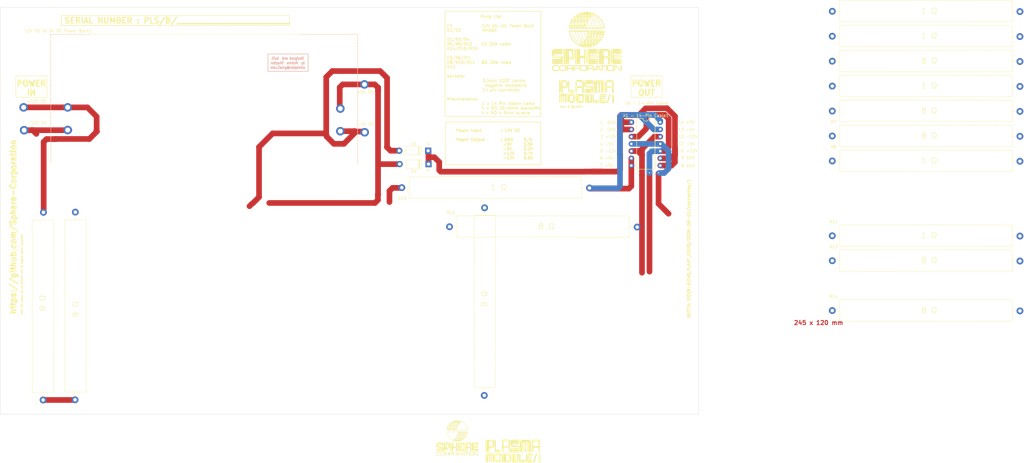
<source format=kicad_pcb>
(kicad_pcb (version 20221018) (generator pcbnew)
  (title_block (title "Project Plasma") (date "2024-03-13") (rev "B") (company "Schematic v0.2"))
  (layers (0 "F.Cu" signal) (31 "B.Cu" signal) (34 "B.Paste" user) (35 "F.Paste" user) (36 "B.SilkS" user "B.Silkscreen") (37 "F.SilkS" user "F.Silkscreen") (38 "B.Mask" user) (39 "F.Mask" user) (44 "Edge.Cuts" user))
  (net 0 "")
  (net 1 "/+12VDC")
  (net 2 "Net-(D1-K)")
  (net 3 "Net-(R12-Pad2)")
  (net 4 "Net-(R14-Pad2)")
  (net 5 "Net-(R15-Pad2)")
  (net 6 "Net-(R16-Pad2)")
  (net 7 "-12V")
  (net 8 "+12V")
  (net 9 "+5V")
  (net 10 "-5V")
  (net 11 "/GND")
  (net 12 "Net-(12V DC to 5V DC Power Buck1-+5VDC)")
  (net 13 "Net-(12V DC to 5V DC Power Buck1--5VDC)")
  (net 14 "Net-(R1-Pad2)")
  (net 15 "Net-(R4-Pad2)")
  (net 16 "Net-(R5-Pad2)")
  (net 17 "Net-(R10-Pad1)")
  (net 18 "Net-(R7-Pad2)")
  (net 19 "Net-(R10-Pad2)")
  (net 20 "/-12VDC")
  (net 21 "Net-(R6-Pad2)")
  (net 22 "Net-(R8-Pad2)")
  (net 23 "Net-(R13-Pad2)")
  (footprint "" (layer "F.Cu") (at 31.207218 133.740967)
    (fp_text reference "" (at 0 0) (layer "F.SilkS") (effects (font (size 1.27 1.27))))
    (fp_text value "" (at 0 0) (layer "F.SilkS") (effects (font (size 1.27 1.27))))
    (pad "" np_thru_hole circle (at 0 0) (size 3.2 3.2) (drill 3.2) (layers "*.Cu" "*.Mask"))
  )
  (footprint "Package_DIP:DIP-14_W10.16mm" (layer "F.Cu") (at 248.324702 61.488787)
    (fp_text reference "X1 - 14-Pin Cable1" (at 5.08 -2.33) (layer "F.SilkS"))
    (fp_text value "14-Pin Cable")
    (pad "1" thru_hole rect (at 0 0) (size 1.6 1.6) (drill 0.8) (layers "*.Cu" "*.Mask") (net 11 "/GND"))
    (pad "2" thru_hole oval (at 0 2.54) (size 1.6 1.6) (drill 0.8) (layers "*.Cu" "*.Mask") (net 11 "/GND"))
    (pad "3" thru_hole oval (at 0 5.08) (size 1.6 1.6) (drill 0.8) (layers "*.Cu" "*.Mask") (net 1 "/+12VDC"))
    (pad "4" thru_hole oval (at 0 7.62) (size 1.6 1.6) (drill 0.8) (layers "*.Cu" "*.Mask") (net 22 "Net-(R8-Pad2)"))
    (pad "5" thru_hole oval (at 0 10.16) (size 1.6 1.6) (drill 0.8) (layers "*.Cu" "*.Mask") (net 20 "/-12VDC"))
    (pad "6" thru_hole oval (at 0 12.7) (size 1.6 1.6) (drill 0.8) (layers "*.Cu" "*.Mask") (net 15 "Net-(R4-Pad2)"))
    (pad "7" thru_hole oval (at 0 15.24) (size 1.6 1.6) (drill 0.8) (layers "*.Cu" "*.Mask") (net 15 "Net-(R4-Pad2)"))
    (pad "8" thru_hole oval (at 10.16 15.24) (size 1.6 1.6) (drill 0.8) (layers "*.Cu" "*.Mask") (net 11 "/GND"))
    (pad "9" thru_hole oval (at 10.16 12.7) (size 1.6 1.6) (drill 0.8) (layers "*.Cu" "*.Mask") (net 11 "/GND"))
    (pad "10" thru_hole oval (at 10.16 10.16) (size 1.6 1.6) (drill 0.8) (layers "*.Cu" "*.Mask") (net 1 "/+12VDC"))
    (pad "11" thru_hole oval (at 10.16 7.62) (size 1.6 1.6) (drill 0.8) (layers "*.Cu" "*.Mask") (net 22 "Net-(R8-Pad2)"))
    (pad "12" thru_hole oval (at 10.16 5.08) (size 1.6 1.6) (drill 0.8) (layers "*.Cu" "*.Mask") (net 20 "/-12VDC"))
    (pad "13" thru_hole oval (at 10.16 2.54) (size 1.6 1.6) (drill 0.8) (layers "*.Cu" "*.Mask") (net 15 "Net-(R4-Pad2)"))
    (pad "14" thru_hole oval (at 10.16 0) (size 1.6 1.6) (drill 0.8) (layers "*.Cu" "*.Mask") (net 15 "Net-(R4-Pad2)"))
  )
  (footprint "MountingHole:MountingHole_3.2mm_M3" (layer "F.Cu") (at 49.577127 37.809897)
    (fp_text reference "REF**" hide)
    (fp_text value "MountingHole_3.2mm_M3" hide)
    (pad "" np_thru_hole circle (at 0 0) (size 3.2 3.2) (drill 3.2) (layers "*.Cu" "*.Mask"))
  )
  (footprint "PLASMA_PARTS:R_Axial_DIN0411_L60.0mm_D10mm_P15.24mm_Horizontal 20Watt 8Ohm" (layer "F.Cu") (at 184.427173 96.368571)
    (fp_text reference "R13" (at 0.364343 -3.00583) (layer "F.SilkS"))
    (fp_text value "8 Ω" (at 34.0375 1.7875) (layer "F.SilkS") (effects (font (size 2 2))))
    (pad "1" thru_hole circle (at -0.085 1.9) (size 2.4 2.4) (drill 1.2) (layers "*.Cu" "*.Mask") (net 3 "Net-(R12-Pad2)"))
    (pad "2" thru_hole oval (at 65.9325 2.0125) (size 2.4 2.4) (drill 1.2) (layers "*.Cu" "*.Mask") (net 23 "Net-(R13-Pad2)"))
  )
  (footprint "PLASMA_PARTS:R_Axial_DIN0411_L60.0mm_D10mm_P15.24mm_Horizontal 20Watt 8Ohm" (layer "F.Cu") (at 319.094495 125.861869)
    (fp_text reference "R14" (at 0.364343 -3.00583) (layer "F.SilkS"))
    (fp_text value "8 Ω" (at 34.0375 1.7875) (layer "F.SilkS") (effects (font (size 2 2))))
    (pad "1" thru_hole circle (at -0.085 1.9) (size 2.4 2.4) (drill 1.2) (layers "*.Cu" "*.Mask") (net 23 "Net-(R13-Pad2)"))
    (pad "2" thru_hole oval (at 65.9325 2.0125) (size 2.4 2.4) (drill 1.2) (layers "*.Cu" "*.Mask") (net 20 "/-12VDC"))
  )
  (footprint "" (layer "F.Cu") (at 154.41749 48.185583)
    (fp_text reference "" (at 0.239778 -17.538939) (layer "F.SilkS") (effects (font (size 1.27 1.27))))
    (fp_text value "" (at 0.239778 -17.538939) (layer "F.SilkS") (effects (font (size 1.27 1.27))))
    (pad "1" thru_hole circle (at 0 0) (size 3 3) (drill 1.7) (layers "*.Cu" "*.Mask") (net 9 "+5V"))
  )
  (footprint "LOGO" (layer "F.Cu") (at 232.39477 50.776209)
    (fp_text reference "G***" hide)
    (fp_text value "LOGO" hide)
  )
  (footprint "PLASMA_PARTS:R_Axial_DIN0411_L60.0mm_D10mm_P15.24mm_Horizontal 20Watt 8Ohm" (layer "F.Cu") (at 198.5804 91.675138 -90)
    (fp_text reference "R6" hide)
    (fp_text value "8 Ω" (at 31.919184 1.972911 90) (layer "F.SilkS") (effects (font (size 2 2))))
    (pad "1" thru_hole circle (at -0.085 1.9 270) (size 2.4 2.4) (drill 1.2) (layers "*.Cu" "*.Mask") (net 16 "Net-(R5-Pad2)"))
    (pad "2" thru_hole oval (at 65.9325 2.0125 270) (size 2.4 2.4) (drill 1.2) (layers "*.Cu" "*.Mask") (net 21 "Net-(R6-Pad2)"))
  )
  (footprint "PLASMA_PARTS:R_Axial_DIN0411_L60.0mm_D10mm_P15.24mm_Horizontal 20Watt 8Ohm" (layer "F.Cu") (at 54.597343 93.209154 -90)
    (fp_text reference "R10" hide)
    (fp_text value "8 Ω" (at 34.0375 1.7875 90) (layer "F.SilkS") (effects (font (size 2 2))))
    (pad "1" thru_hole circle (at -0.085 1.9 270) (size 2.4 2.4) (drill 1.2) (layers "*.Cu" "*.Mask") (net 17 "Net-(R10-Pad1)"))
    (pad "2" thru_hole oval (at 65.9325 2.0125 270) (size 2.4 2.4) (drill 1.2) (layers "*.Cu" "*.Mask") (net 8 "+12V"))
  )
  (footprint "PLASMA_PARTS:R_Axial_DIN0411_L60.0mm_D10mm_P15.24mm_Horizontal 20Watt 8Ohm" (layer "F.Cu") (at 319.094495 20.561869)
    (fp_text reference "R1" hide)
    (fp_text value "1 Ω" (at 34.0375 1.7875) (layer "F.SilkS") (effects (font (size 2 2))))
    (pad "1" thru_hole circle (at -0.085 1.9) (size 2.4 2.4) (drill 1.2) (layers "*.Cu" "*.Mask") (net 12 "Net-(12V DC to 5V DC Power Buck1-+5VDC)"))
    (pad "2" thru_hole oval (at 65.9325 2.0125) (size 2.4 2.4) (drill 1.2) (layers "*.Cu" "*.Mask") (net 14 "Net-(R1-Pad2)"))
  )
  (footprint "PLASMA_PARTS:R_Axial_DIN0411_L60.0mm_D10mm_P15.24mm_Horizontal 20Watt 8Ohm" (layer "F.Cu") (at 319.094495 108.311869)
    (fp_text reference "R12" (at 0.364343 -3.00583) (layer "F.SilkS"))
    (fp_text value "8 Ω" (at 34.0375 1.7875) (layer "F.SilkS") (effects (font (size 2 2))))
    (pad "1" thru_hole circle (at -0.085 1.9) (size 2.4 2.4) (drill 1.2) (layers "*.Cu" "*.Mask") (net 7 "-12V"))
    (pad "2" thru_hole oval (at 65.9325 2.0125) (size 2.4 2.4) (drill 1.2) (layers "*.Cu" "*.Mask") (net 3 "Net-(R12-Pad2)"))
  )
  (footprint "PLASMA_PARTS:R_Axial_DIN0411_L60.0mm_D10mm_P15.24mm_Horizontal 20Watt 8Ohm" (layer "F.Cu") (at 39.454899 159.125819 90)
    (fp_text reference "R9" hide)
    (fp_text value "8 Ω" (at 34.0375 1.7875 90) (layer "F.SilkS") (effects (font (size 2 2))))
    (pad "1" thru_hole circle (at -0.085 1.9 90) (size 2.4 2.4) (drill 1.2) (layers "*.Cu" "*.Mask") (net 8 "+12V"))
    (pad "2" thru_hole oval (at 65.9325 2.0125 90) (size 2.4 2.4) (drill 1.2) (layers "*.Cu" "*.Mask") (net 8 "+12V"))
  )
  (footprint "LOGO" (layer "F.Cu") (at 232.672146 33.024114)
    (fp_text reference "G***" hide)
    (fp_text value "LOGO" hide)
  )
  (footprint "PLASMA_PARTS:R_Axial_DIN0411_L60.0mm_D10mm_P15.24mm_Horizontal 20Watt 8Ohm" (layer "F.Cu") (at 167.649625 82.609834)
    (fp_text reference "R15" (at 0.018464 5.746991) (layer "F.SilkS"))
    (fp_text value "1 Ω" (at 34.0375 1.7875) (layer "F.SilkS") (effects (font (size 2 2))))
    (pad "1" thru_hole circle (at -0.085 1.9) (size 2.4 2.4) (drill 1.2) (layers "*.Cu" "*.Mask") (net 4 "Net-(R14-Pad2)"))
    (pad "2" thru_hole oval (at 65.9325 2.0125) (size 2.4 2.4) (drill 1.2) (layers "*.Cu" "*.Mask") (net 5 "Net-(R15-Pad2)"))
  )
  (footprint "" (layer "F.Cu") (at 34.670787 64.29331)
    (fp_text reference "" (at 0 0) (layer "F.SilkS") (effects (font (size 1.27 1.27))))
    (fp_text value "" (at 0 0) (layer "F.SilkS") (effects (font (size 1.27 1.27))))
    (pad "1" thru_hole circle (at 0 0) (size 3 3) (drill 1.7) (layers "*.Cu" "*.Mask") (net 7 "-12V"))
  )
  (footprint "" (layer "F.Cu") (at 154.490367 65.028408)
    (fp_text reference "" (at 0.239778 -17.538939) (layer "F.SilkS") (effects (font (size 1.27 1.27))))
    (fp_text value "" (at 0.239778 -17.538939) (layer "F.SilkS") (effects (font (size 1.27 1.27))))
    (pad "1" thru_hole circle (at 0 0) (size 3 3) (drill 1.7) (layers "*.Cu" "*.Mask") (net 10 "-5V"))
  )
  (footprint "" (layer "F.Cu") (at 49.157127 86.829897)
    (fp_text reference "" (at 0 0) (layer "F.SilkS") (effects (font (size 1.27 1.27))))
    (fp_text value "" (at 0 0) (layer "F.SilkS") (effects (font (size 1.27 1.27))))
    (pad "" np_thru_hole circle (at 0 0) (size 3.2 3.2) (drill 3.2) (layers "*.Cu" "*.Mask"))
  )
  (footprint "PLASMA_PARTS:R_Axial_DIN0411_L60.0mm_D10mm_P15.24mm_Horizontal 20Watt 8Ohm" (layer "F.Cu") (at 319.094495 73.211869)
    (fp_text reference "R8" (at 0.364343 -3.00583) (layer "F.SilkS"))
    (fp_text value "1 Ω" (at 34.0375 1.7875) (layer "F.SilkS") (effects (font (size 2 2))))
    (pad "1" thru_hole circle (at -0.085 1.9) (size 2.4 2.4) (drill 1.2) (layers "*.Cu" "*.Mask") (net 18 "Net-(R7-Pad2)"))
    (pad "2" thru_hole oval (at 65.9325 2.0125) (size 2.4 2.4) (drill 1.2) (layers "*.Cu" "*.Mask") (net 22 "Net-(R8-Pad2)"))
  )
  (footprint "Diode_THT:D_DO-41_SOD81_P10.16mm_Horizontal" (layer "F.Cu") (at 176.94663 76.215767 180)
    (fp_text reference "D2" (at 5.08 -2.47) (layer "F.SilkS"))
    (fp_text value "1N4001")
    (fp_text user "K" (at 0 -2.1) (layer "F.SilkS"))
    (pad "1" thru_hole rect (at 0 0 180) (size 2.2 2.2) (drill 1.1) (layers "*.Cu" "*.Mask") (net 11 "/GND"))
    (pad "2" thru_hole oval (at 10.16 0 180) (size 2.2 2.2) (drill 1.1) (layers "*.Cu" "*.Mask") (net 13 "Net-(12V DC to 5V DC Power Buck1--5VDC)"))
  )
  (footprint "PLASMA_PARTS:R_Axial_DIN0411_L60.0mm_D10mm_P15.24mm_Horizontal 20Watt 8Ohm" (layer "F.Cu") (at 319.094495 55.661869)
    (fp_text reference "R5" hide)
    (fp_text value "8 Ω" (at 34.0375 1.7875) (layer "F.SilkS") (effects (font (size 2 2))))
    (pad "1" thru_hole circle (at -0.085 1.9) (size 2.4 2.4) (drill 1.2) (layers "*.Cu" "*.Mask") (net 13 "Net-(12V DC to 5V DC Power Buck1--5VDC)"))
    (pad "2" thru_hole oval (at 65.9325 2.0125) (size 2.4 2.4) (drill 1.2) (layers "*.Cu" "*.Mask") (net 16 "Net-(R5-Pad2)"))
  )
  (footprint "LOGO" (layer "F.Cu") (at 206.530828 177.272882)
    (fp_text reference "G***" hide)
    (fp_text value "LOGO" hide)
  )
  (footprint "PLASMA_PARTS:R_Axial_DIN0411_L60.0mm_D10mm_P15.24mm_Horizontal 20Watt 8Ohm" (layer "F.Cu") (at 319.094495 38.111869)
    (fp_text reference "R3" hide)
    (fp_text value "8 Ω" (at 34.0375 1.7875) (layer "F.SilkS") (effects (font (size 2 2))))
    (pad "1" thru_hole circle (at -0.085 1.9) (size 2.4 2.4) (drill 1.2) (layers "*.Cu" "*.Mask") (net 12 "Net-(12V DC to 5V DC Power Buck1-+5VDC)"))
    (pad "2" thru_hole oval (at 65.9325 2.0125) (size 2.4 2.4) (drill 1.2) (layers "*.Cu" "*.Mask") (net 14 "Net-(R1-Pad2)"))
  )
  (footprint "" (layer "F.Cu") (at 268.086466 25.162365)
    (fp_text reference "" (at 0 0) (layer "F.SilkS") (effects (font (size 1.27 1.27))))
    (fp_text value "" (at 0 0) (layer "F.SilkS") (effects (font (size 1.27 1.27))))
    (pad "" np_thru_hole circle (at 0 0) (size 3.2 3.2) (drill 3.2) (layers "*.Cu" "*.Mask"))
  )
  (footprint "Diode_THT:D_DO-41_SOD81_P10.16mm_Horizontal" (layer "F.Cu") (at 176.819031 71.51412 180)
    (fp_text reference "D1" (at 4.97 2.35) (layer "F.SilkS"))
    (fp_text value "1N4001" hide)
    (fp_text user "K" (at -0.02 2.37) (layer "F.SilkS"))
    (pad "1" thru_hole rect (at 0 0 180) (size 2.2 2.2) (drill 1.1) (layers "*.Cu" "*.Mask") (net 11 "/GND"))
    (pad "2" thru_hole oval (at 10.16 0 180) (size 2.2 2.2) (drill 1.1) (layers "*.Cu" "*.Mask") (net 12 "Net-(12V DC to 5V DC Power Buck1-+5VDC)"))
  )
  (footprint "" (layer "F.Cu") (at 146.497127 38.369897)
    (fp_text reference "" (at 0 0) (layer "F.SilkS") (effects (font (size 1.27 1.27))))
    (fp_text value "" (at 0 0) (layer "F.SilkS") (effects (font (size 1.27 1.27))))
    (pad "" np_thru_hole circle (at 0 0) (size 3.2 3.2) (drill 3.2) (layers "*.Cu" "*.Mask"))
  )
  (footprint "" (layer "F.Cu") (at 146.777127 86.969897)
    (fp_text reference "" (at 0 0) (layer "F.SilkS") (effects (font (size 1.27 1.27))))
    (fp_text value "" (at 0 0) (layer "F.SilkS") (effects (font (size 1.27 1.27))))
    (pad "" np_thru_hole circle (at 0 0) (size 3.2 3.2) (drill 3.2) (layers "*.Cu" "*.Mask"))
  )
  (footprint "PLASMA_PARTS:R_Axial_DIN0411_L60.0mm_D10mm_P15.24mm_Horizontal 20Watt 8Ohm" (layer "F.Cu") (at 319.094495 64.436869)
    (fp_text reference "R7" (at 0.364343 -3.00583) (layer "F.SilkS"))
    (fp_text value "8 Ω" (at 34.0375 1.7875) (layer "F.SilkS") (effects (font (size 2 2))))
    (pad "1" thru_hole circle (at -0.085 1.9) (size 2.4 2.4) (drill 1.2) (layers "*.Cu" "*.Mask") (net 21 "Net-(R6-Pad2)"))
    (pad "2" thru_hole oval (at 65.9325 2.0125) (size 2.4 2.4) (drill 1.2) (layers "*.Cu" "*.Mask") (net 18 "Net-(R7-Pad2)"))
  )
  (footprint "PLASMA_PARTS:R_Axial_DIN0411_L60.0mm_D10mm_P15.24mm_Horizontal 20Watt 8Ohm" (layer "F.Cu") (at 319.094495 99.536869)
    (fp_text reference "R11" (at 0.364343 -3.00583) (layer "F.SilkS"))
    (fp_text value "1 Ω" (at 34.0375 1.7875) (layer "F.SilkS") (effects (font (size 2 2))))
    (pad "1" thru_hole circle (at -0.085 1.9) (size 2.4 2.4) (drill 1.2) (layers "*.Cu" "*.Mask") (net 19 "Net-(R10-Pad2)"))
    (pad "2" thru_hole oval (at 65.9325 2.0125) (size 2.4 2.4) (drill 1.2) (layers "*.Cu" "*.Mask") (net 1 "/+12VDC"))
  )
  (footprint "" (layer "F.Cu") (at 34.490787 56.26331)
    (fp_text reference "" (at 0 0) (layer "F.SilkS") (effects (font (size 1.27 1.27))))
    (fp_text value "" (at 0 0) (layer "F.SilkS") (effects (font (size 1.27 1.27))))
    (pad "1" thru_hole circle (at 0 0) (size 3 3) (drill 1.7) (layers "*.Cu" "*.Mask") (net 8 "+12V"))
  )
  (footprint "LOGO" (layer "F.Cu") (at 187.09 172.57)
    (fp_text reference "G***" hide)
    (fp_text value "LOGO" hide)
  )
  (footprint "PLASMA_PARTS:R_Axial_DIN0411_L60.0mm_D10mm_P15.24mm_Horizontal 20Watt 8Ohm" (layer "F.Cu") (at 319.094495 46.886869)
    (fp_text reference "R4" hide)
    (fp_text value "1 Ω" (at 34.0375 1.7875) (layer "F.SilkS") (effects (font (size 2 2))))
    (pad "1" thru_hole circle (at -0.085 1.9) (size 2.4 2.4) (drill 1.2) (layers "*.Cu" "*.Mask") (net 14 "Net-(R1-Pad2)"))
    (pad "2" thru_hole oval (at 65.9325 2.0125) (size 2.4 2.4) (drill 1.2) (layers "*.Cu" "*.Mask") (net 15 "Net-(R4-Pad2)"))
  )
  (footprint "Package_DIP:DIP-14_W10.16mm" (layer "F.Cu") (at 248.324702 61.488787)
    (fp_text reference "X6 - 14-Pin Cable" (at 5.342208 -6.716359) (layer "F.SilkS"))
    (fp_text value "14-Pin Cable" hide)
    (pad "1" thru_hole rect (at 0 0) (size 1.6 1.6) (drill 0.8) (layers "*.Cu" "*.Mask") (net 2 "Net-(D1-K)"))
    (pad "2" thru_hole oval (at 0 2.54) (size 1.6 1.6) (drill 0.8) (layers "*.Cu" "*.Mask") (net 2 "Net-(D1-K)"))
    (pad "3" thru_hole oval (at 0 5.08) (size 1.6 1.6) (drill 0.8) (layers "*.Cu" "*.Mask") (net 1 "/+12VDC"))
    (pad "4" thru_hole oval (at 0 7.62) (size 1.6 1.6) (drill 0.8) (layers "*.Cu" "*.Mask") (net 6 "Net-(R16-Pad2)"))
    (pad "5" thru_hole oval (at 0 10.16) (size 1.6 1.6) (drill 0.8) (layers "*.Cu" "*.Mask") (net 3 "Net-(R12-Pad2)"))
    (pad "6" thru_hole oval (at 0 12.7) (size 1.6 1.6) (drill 0.8) (layers "*.Cu" "*.Mask") (net 5 "Net-(R15-Pad2)"))
    (pad "7" thru_hole oval (at 0 15.24) (size 1.6 1.6) (drill 0.8) (layers "*.Cu" "*.Mask") (net 5 "Net-(R15-Pad2)"))
    (pad "8" thru_hole oval (at 10.16 15.24) (size 1.6 1.6) (drill 0.8) (layers "*.Cu" "*.Mask") (net 2 "Net-(D1-K)"))
    (pad "9" thru_hole oval (at 10.16 12.7) (size 1.6 1.6) (drill 0.8) (layers "*.Cu" "*.Mask") (net 2 "Net-(D1-K)"))
    (pad "10" thru_hole oval (at 10.16 10.16) (size 1.6 1.6) (drill 0.8) (layers "*.Cu" "*.Mask") (net 1 "/+12VDC"))
    (pad "11" thru_hole oval (at 10.16 7.62) (size 1.6 1.6) (drill 0.8) (layers "*.Cu" "*.Mask") (net 6 "Net-(R16-Pad2)"))
    (pad "12" thru_hole oval (at 10.16 5.08) (size 1.6 1.6) (drill 0.8) (layers "*.Cu" "*.Mask") (net 3 "Net-(R12-Pad2)"))
    (pad "13" thru_hole oval (at 10.16 2.54) (size 1.6 1.6) (drill 0.8) (layers "*.Cu" "*.Mask") (net 5 "Net-(R15-Pad2)"))
    (pad "14" thru_hole oval (at 10.16 0) (size 1.6 1.6) (drill 0.8) (layers "*.Cu" "*.Mask") (net 5 "Net-(R15-Pad2)"))
  )
  (footprint "PLASMA_PARTS:R_Axial_DIN0411_L60.0mm_D10mm_P15.24mm_Horizontal 20Watt 8Ohm" (layer "F.Cu") (at 319.094495 29.336869)
    (fp_text reference "R2" hide)
    (fp_text value "1 Ω" (at 34.0375 1.7875) (layer "F.SilkS") (effects (font (size 2 2))))
    (pad "1" thru_hole circle (at -0.085 1.9) (size 2.4 2.4) (drill 1.2) (layers "*.Cu" "*.Mask") (net 12 "Net-(12V DC to 5V DC Power Buck1-+5VDC)"))
    (pad "2" thru_hole oval (at 65.9325 2.0125) (size 2.4 2.4) (drill 1.2) (layers "*.Cu" "*.Mask") (net 14 "Net-(R1-Pad2)"))
  )
  (footprint "Transistor_Power_Module:Weewooday Adjustable LM2596S DC-DC Buck Converter" (layer "F.Cu") (at 44.053542 30.247664)
    (fp_text reference "12V DC to 5V DC Power Buck1" (at 2.645 -0.9125) (layer "F.SilkS"))
    (fp_text value "~")
    (pad "8" thru_hole circle (at 5.95 26.025) (size 3 3) (drill 1.7) (layers "*.Cu" "*.Mask"))
    (pad "8" thru_hole circle (at 101.875 26.4375) (size 3 3) (drill 1.7) (layers "*.Cu" "*.Mask"))
    (pad "9" thru_hole circle (at 5.95 33.9875) (size 3 3) (drill 1.7) (layers "*.Cu" "*.Mask"))
    (pad "9" thru_hole circle (at 101.875 34.4) (size 3 3) (drill 1.7) (layers "*.Cu" "*.Mask"))
  )
  (footprint "" (layer "F.Cu") (at 268.611718 133.539389)
    (fp_text reference "" (at 0 0) (layer "F.SilkS") (effects (font (size 1.27 1.27))))
    (fp_text value "" (at 0 0) (layer "F.SilkS") (effects (font (size 1.27 1.27))))
    (pad "" np_thru_hole circle (at 0 0) (size 3.2 3.2) (drill 3.2) (layers "*.Cu" "*.Mask"))
  )
  (footprint "" (layer "F.Cu") (at 32.791355 24.733515)
    (fp_text reference "" (at 0 0) (layer "F.SilkS") (effects (font (size 1.27 1.27))))
    (fp_text value "" (at 0 0) (layer "F.SilkS") (effects (font (size 1.27 1.27))))
    (pad "" np_thru_hole circle (at 0 0) (size 3.2 3.2) (drill 3.2) (layers "*.Cu" "*.Mask"))
  )
  (gr_rect (start 120.472127 37.478647) (end 134.592127 43.598647) (stroke (width 0.2)) (fill none) (layer "B.SilkS"))
  (gr_rect (start 182.949681 61.455204) (end 216.445621 76.456175) (stroke (width 0.2)) (fill none) (layer "F.SilkS"))
  (gr_rect (start 47.740522 23.979214) (end 128.030522 27.399214) (stroke (width 0.2)) (fill none) (layer "F.SilkS"))
  (gr_rect (start 182.768309 22.48118) (end 216.441591 59.474455) (stroke (width 0.2)) (fill none) (layer "F.SilkS"))
  (gr_rect (start 26.235754 21.044588) (end 271.9648 164.182829) (stroke (width 0.1)) (fill none) (layer "Edge.Cuts"))
  (gr_text "245 x 120 mm\n" (at 305.374631 132.912832) (layer "F.Cu") (effects (font (size 1.5 1.5) (thickness 0.3) bold) (justify left bottom)))
  (gr_text "Designed and  built\nby  Andrew  Shapton\nalshapton@gmail.com" (at 127.397127 42.788647) (layer "B.SilkS") (effects (font (size 1 0.75) (thickness 0.1875) bold) (justify bottom mirror)))
  (gr_text " 5 -12V" (at 239.786707 71.667806) (layer "F.SilkS") (effects (font (size 1 1))))
  (gr_text "Power Input		: 12V DC \n\nPower Output	: GND	N/A\n				 +5V	3.5A\n				 -5V	0.2A\n				 +12V	0.7A\n				 -12V	0.5A" (at 186.488962 74.630586) (layer "F.SilkS") (effects (font (size 1 1) (thickness 0.25) bold) (justify left bottom)))
  (gr_text "11 -5V" (at 267.841938 69.070776) (layer "F.SilkS") (effects (font (size 1 1))))
  (gr_text " 2  GND" (at 239.706235 64.059607) (layer "F.SilkS") (effects (font (size 1 1))))
  (gr_text "BATCH: OID(B-${FAB_PLANT_USER}/${CURRENT_DATE}/WayWayWay/)" (at 269.119117 130.413617 90) (layer "F.SilkS") (effects (font (size 1 1) (thickness 0.25) bold) (justify left bottom)))
  (gr_text "-5V DC" (at 151.89412 62.760219) (layer "F.SilkS") (effects (font (size 1 1)) (justify left bottom)))
  (gr_text "-12V DC" (at 35.780787 62.27331) (layer "F.SilkS") (effects (font (size 1 1)) (justify left bottom)))
  (gr_text "Note: This product has no affiliation with the original Sphere Corporation" (at 34.290383 129.167955 90) (layer "F.SilkS") (effects (font (size 0.75 0.5) (thickness 0.125) bold) (justify left bottom)))
  (gr_text " 3 +12V" (at 239.852547 66.510325) (layer "F.SilkS") (effects (font (size 1 1))))
  (gr_text " 7 +5V" (at 239.238039 76.642397) (layer "F.SilkS") (effects (font (size 1 1))))
  (gr_text " 8 GND" (at 267.929926 76.823302) (layer "F.SilkS") (effects (font (size 1 1))))
  (gr_text "10 +12V" (at 268.317451 71.59465) (layer "F.SilkS") (effects (font (size 1 1))))
  (gr_text " 4 -5V" (at 239.347772 69.143932) (layer "F.SilkS") (effects (font (size 1 1))))
  (gr_text "+5V DC" (at 151.720094 51.405055) (layer "F.SilkS") (effects (font (size 1 1)) (justify left bottom)))
  (gr_text " 1  GND" (at 239.779391 61.608889) (layer "F.SilkS") (effects (font (size 1 1))))
  (gr_text "Rev B ©2024" (at 223.189014 56.520601) (layer "F.SilkS") (effects (font (size 0.75 0.75)) (justify left bottom)))
  (gr_text " 9 GND" (at 267.895018 73.995777) (layer "F.SilkS") (effects (font (size 1 1))))
  (gr_text "			Parts List\n\nP1		      12V DC-DC Power Buck\nD1/D2	      IN4001\n\nR1/R2/R4\nR5/R9/R13    1Ω 20W rated\nR14/R15/R16  \n\nR3/R6/R7\nR8/R10/R11   8Ω 20W rated\nR12		     \n\nSockets:	\n	    	 3.5mm 12DC centre \n			  negative receptacle\n	    	 14 pin connector\n\nMiscellaneous:\n		      1 x 14 Pin ribbon cable\n                4 x M3 20+6mm standoffs\n                4 x M3 x 6mm screws\n\n" (at 183.314065 60.339726) (layer "F.SilkS") (effects (font (size 1 1) (thickness 0.2) bold) (justify left bottom)))
  (gr_text "https://github.com/Sphere-Corporation" (at 31.98544 129.307964 90) (layer "F.SilkS") (effects (font (size 2 2) (thickness 0.5) bold) (justify left bottom)))
  (gr_text "12 -12V" (at 268.280873 66.546903) (layer "F.SilkS") (effects (font (size 1 1))))
  (gr_text "13 +5V" (at 267.768783 64.132763) (layer "F.SilkS") (effects (font (size 1 1))))
  (gr_text "+12V DC" (at 35.640787 54.58331) (layer "F.SilkS") (effects (font (size 1 1)) (justify left bottom)))
  (gr_text "SERIAL NUMBER : PLS/B/__________________________" (at 48.660522 26.869214) (layer "F.SilkS") (effects (font (size 2 2) (thickness 0.4) bold) (justify left bottom)))
  (gr_text " 6 +5V" (at 239.274616 74.118523) (layer "F.SilkS") (effects (font (size 1 1))))
  (gr_text "14 +5V" (at 267.732205 61.426) (layer "F.SilkS") (effects (font (size 1 1))))
  (gr_text_box "POWER IN" (start 31.760787 45.19331) (end 42.710787 52.73331) (layer "F.SilkS") (effects (font (size 2 2) (thickness 0.5) bold) (justify top)) (stroke (width 0.15)))
  (gr_text_box "POWER OUT" (start 248.175685 45.181658) (end 259.125685 52.721658) (layer "F.SilkS") (effects (font (size 2 2) (thickness 0.5) bold) (justify top)) (stroke (width 0.15)))
  (segment (start 254.696946 114.052581) (end 254.696946 79.280615) (width 2) (layer "F.Cu") (net 1))
  (segment (start 248.324702 66.568787) (end 250.745972 66.568787) (width 2) (layer "F.Cu") (net 1))
  (segment (start 261.444702 60.280169) (end 261.433313 60.280169) (width 2) (layer "F.Cu") (net 1))
  (segment (start 254.180212 58.888041) (end 253.595284 59.472969) (width 2) (layer "F.Cu") (net 1))
  (segment (start 250.745972 66.568787) (end 253.454702 63.860057) (width 2) (layer "F.Cu") (net 1))
  (segment (start 253.595284 63.462175) (end 253.501696 63.555763) (width 2) (layer "F.Cu") (net 1))
  (segment (start 253.595284 59.472969) (end 253.595284 63.462175) (width 2) (layer "F.Cu") (net 1))
  (segment (start 261.444702 70.218787) (end 260.014702 71.648787) (width 2) (layer "F.Cu") (net 1))
  (segment (start 254.696946 79.280615) (end 254.70662 79.270941) (width 2) (layer "F.Cu") (net 1))
  (segment (start 260.014702 71.648787) (end 258.484702 71.648787) (width 2) (layer "F.Cu") (net 1))
  (segment (start 260.041185 58.888041) (end 254.180212 58.888041) (width 2) (layer "F.Cu") (net 1))
  (segment (start 261.444702 60.280169) (end 261.444702 70.218787) (width 2) (layer "F.Cu") (net 1))
  (segment (start 261.433313 60.280169) (end 260.041185 58.888041) (width 2) (layer "F.Cu") (net 1))
  (via (at 254.696946 79.26596) (size 0.8) (drill 0.4) (layers "F.Cu" "B.Cu") (net 1))
  (segment (start 255.497676 71.728533) (end 254.671945 72.554264) (width 2) (layer "B.Cu") (net 1))
  (segment (start 258.347195 71.70209) (end 255.497676 71.70209) (width 2) (layer "B.Cu") (net 1))
  (segment (start 254.671945 79.240959) (end 254.696946 79.26596) (width 2) (layer "B.Cu") (net 1))
  (segment (start 254.671945 72.554264) (end 254.671945 79.240959) (width 2) (layer "B.Cu") (net 1))
  (segment (start 258.595051 71.538438) (end 258.484702 71.648787) (width 0.25) (layer "B.Cu") (net 1))
  (segment (start 254.696946 79.26596) (end 254.671945 79.290961) (width 2) (layer "B.Cu") (net 1))
  (segment (start 180.719817 75.506229) (end 180.719817 78.342576) (width 2) (layer "F.Cu") (net 2))
  (segment (start 263.644702 59.368899) (end 260.83459 56.558787) (width 2) (layer "F.Cu") (net 2))
  (segment (start 244.816135 64.0442) (end 248.324702 64.028787) (width 2) (layer "F.Cu") (net 2))
  (segment (start 263.644702 75.568787) (end 263.644702 70.218787) (width 2) (layer "F.Cu") (net 2))
  (segment (start 262.194702 74.178787) (end 258.494702 74.178787) (width 2) (layer "F.Cu") (net 2))
  (segment (start 231.894656 78.864324) (end 234.867476 78.864324) (width 2) (layer "F.Cu") (net 2))
  (segment (start 234.867476 78.864324) (end 242.116272 78.864324) (width 2) (layer "F.Cu") (net 2))
  (segment (start 244.294416 59.421441) (end 244.639259 58.995588) (width 2) (layer "F.Cu") (net 2))
  (segment (start 258.494702 74.178787) (end 258.484702 74.188787) (width 2) (layer "F.Cu") (net 2))
  (segment (start 263.632641 73.127573) (end 263.644702 73.115512) (width 2) (layer "F.Cu") (net 2))
  (segment (start 176.94663 73.805473) (end 176.94663 76.215767) (width 2) (layer "F.Cu") (net 2))
  (segment (start 243.294026 78.864324) (end 243.530422 78.864324) (width 2) (layer "F.Cu") (net 2))
  (segment (start 244.295167 62.810973) (end 245.515167 64.030973) (width 2) (layer "F.Cu") (net 2))
  (segment (start 263.644702 72.728787) (end 262.194702 74.178787) (width 2) (layer "F.Cu") (net 2))
  (segment (start 244.362721 73.067706) (end 244.40212 73.028307) (width 2) (layer "F.Cu") (net 2))
  (segment (start 248.324702 61.488787) (end 245.474702 61.488787) (width 2) (layer "F.Cu") (net 2))
  (segment (start 244.294083 72.662187) (end 244.294083 62.730385) (width 2) (layer "F.Cu") (net 2))
  (segment (start 242.116272 78.864324) (end 243.294026 78.864324) (width 2) (layer "F.Cu") (net 2))
  (segment (start 244.710552 58.946585) (end 244.710552 58.973981) (width 2) (layer "F.Cu") (net 2))
  (segment (start 262.484702 76.728787) (end 258.484702 76.728787) (width 2) (layer "F.Cu") (net 2))
  (segment (start 253.029039 56.927944) (end 250.991151 58.965832) (width 2) (layer "F.Cu") (net 2))
  (segment (start 244.33599 61.695299) (end 244.33599 62.575331) (width 2) (layer "F.Cu") (net 2))
  (segment (start 244.252176 72.662187) (end 244.294083 72.662187) (width 2) (layer "F.Cu") (net 2))
  (segment (start 243.530422 78.864324) (end 244.362721 78.032025) (width 2) (layer "F.Cu") (net 2))
  (segment (start 180.719817 78.342576) (end 181.27133 78.894089) (width 2) (layer "F.Cu") (net 2))
  (segment (start 260.83459 56.558787) (end 253.354657 56.620074) (width 2) (layer "F.Cu") (net 2))
  (segment (start 179.019061 73.805473) (end 180.719817 75.506229) (width 2) (layer "F.Cu") (net 2))
  (segment (start 263.644702 73.115512) (end 263.644702 59.368899) (width 2) (layer "F.Cu") (net 2))
  (segment (start 176.94663 71.777525) (end 176.94663 73.805473) (width 2) (layer "F.Cu") (net 2))
  (segment (start 263.644702 70.218787) (end 263.644702 72.728787) (width 2) (layer "F.Cu") (net 2))
  (segment (start 234.867476 78.864324) (end 238.050039 78.864324) (width 2) (layer "F.Cu") (net 2))
  (segment (start 244.362721 78.032025) (end 244.362721 73.067706) (width 2) (layer "F.Cu") (net 2))
  (segment (start 253.354657 56.620074) (end 253.029039 56.927944) (width 2) (layer "F.Cu") (net 2))
  (segment (start 262.484702 76.728787) (end 263.644702 75.568787) (width 2) (layer "F.Cu") (net 2))
  (segment (start 244.374788 60.096093) (end 245.477865 59.028628) (width 2) (layer "F.Cu") (net 2))
  (segment (start 250.991151 58.965832) (end 244.710552 58.946585) (width 2) (layer "F.Cu") (net 2))
  (segment (start 244.294083 62.730385) (end 245.467461 61.557007) (width 2) (layer "F.Cu") (net 2))
  (segment (start 181.27133 78.894089) (end 231.844988 78.894089) (width 2) (layer "F.Cu") (net 2))
  (segment (start 244.388779 60.304835) (end 245.39711 61.408626) (width 2) (layer "F.Cu") (net 2))
  (segment (start 176.94663 73.805473) (end 179.019061 73.805473) (width 2) (layer "F.Cu") (net 2))
  (segment (start 244.285158 62.562231) (end 244.285158 59.419255) (width 2) (layer "F.Cu") (net 2))
  (segment (start 248.324702 71.648787) (end 251.334702 71.648787) (width 2) (layer "F.Cu") (net 3))
  (segment (start 252.05656 80.240827) (end 252.05656 114.426355) (width 2) (layer "F.Cu") (net 3))
  (segment (start 252.05656 73.086371) (end 252.05656 80.240827) (width 2) (layer "F.Cu") (net 3))
  (segment (start 250.618976 71.648787) (end 252.05656 73.086371) (width 2) (layer "F.Cu") (net 3))
  (segment (start 251.334702 71.648787) (end 256.414702 66.568787) (width 2) (layer "F.Cu") (net 3))
  (segment (start 256.414702 66.568787) (end 258.484702 66.568787) (width 2) (layer "F.Cu") (net 3))
  (segment (start 248.324702 71.648787) (end 250.618976 71.648787) (width 2) (layer "F.Cu") (net 3))
  (segment (start 252.05656 73.086371) (end 252.05656 71.108114) (width 2) (layer "F.Cu") (net 3))
  (segment (start 163.212155 85.668791) (end 163.212155 89.574357) (width 2) (layer "F.Cu") (net 4))
  (segment (start 167.564625 84.509834) (end 167.485931 84.588528) (width 2) (layer "F.Cu") (net 4))
  (segment (start 167.485931 84.588528) (end 164.292418 84.588528) (width 2) (layer "F.Cu") (net 4))
  (segment (start 164.292418 84.588528) (end 163.212155 85.668791) (width 2) (layer "F.Cu") (net 4))
  (segment (start 233.582125 84.622334) (end 233.79761 84.837819) (width 2) (layer "F.Cu") (net 5))
  (segment (start 248.302656 74.210833) (end 248.324702 74.188787) (width 2) (layer "F.Cu") (net 5))
  (segment (start 233.79761 84.837819) (end 243.40091 84.837819) (width 2) (layer "F.Cu") (net 5))
  (segment (start 248.324702 76.728787) (end 248.294702 76.758787) (width 2) (layer "F.Cu") (net 5))
  (segment (start 248.302656 83.981328) (end 248.302656 74.210833) (width 2) (layer "F.Cu") (net 5))
  (segment (start 243.40091 84.837819) (end 247.446165 84.837819) (width 2) (layer "F.Cu") (net 5))
  (segment (start 247.446165 84.837819) (end 248.302656 83.981328) (width 2) (layer "F.Cu") (net 5))
  (segment (start 244.322497 84.040933) (end 243.638749 84.724681) (width 2) (layer "B.Cu") (net 5))
  (segment (start 243.638749 84.724681) (end 233.684472 84.724681) (width 2) (layer "B.Cu") (net 5))
  (segment (start 250.314702 58.888787) (end 244.965368 58.888787) (width 2) (layer "B.Cu") (net 5))
  (segment (start 253.474702 61.288787) (end 251.074702 58.888787) (width 2) (layer "B.Cu") (net 5))
  (segment (start 256.454702 58.888787) (end 258.484702 60.918787) (width 2) (layer "B.Cu") (net 5))
  (segment (start 253.474702 61.288787) (end 256.214702 64.028787) (width 2) (layer "B.Cu") (net 5))
  (segment (start 256.214702 64.028787) (end 258.484702 64.028787) (width 2) (layer "B.Cu") (net 5))
  (segment (start 244.322497 59.531658) (end 244.322497 84.040933) (width 2) (layer "B.Cu") (net 5))
  (segment (start 233.684472 84.724681) (end 233.582125 84.622334) (width 2) (layer "B.Cu") (net 5))
  (segment (start 251.074702 58.888787) (end 250.314702 58.888787) (width 2) (layer "B.Cu") (net 5))
  (segment (start 258.484702 60.918787) (end 258.484702 61.488787) (width 2) (layer "B.Cu") (net 5))
  (segment (start 253.474702 58.888787) (end 256.454702 58.888787) (width 2) (layer "B.Cu") (net 5))
  (segment (start 244.965368 58.888787) (end 244.322497 59.531658) (width 2) (layer "B.Cu") (net 5))
  (segment (start 250.314702 58.888787) (end 253.474702 58.888787) (width 2) (layer "B.Cu") (net 5))
  (segment (start 261.395254 93.690532) (end 257.886923 90.182201) (width 2) (layer "F.Cu") (net 6))
  (segment (start 257.886923 79.51498) (end 257.934333 79.46757) (width 2) (layer "F.Cu") (net 6))
  (segment (start 257.886923 90.182201) (end 257.886923 79.51498) (width 2) (layer "F.Cu") (net 6))
  (via (at 257.908189 79.317101) (size 0.8) (drill 0.4) (layers "F.Cu" "B.Cu") (net 6))
  (segment (start 261.374751 71.618376) (end 261.374751 76.667166) (width 2) (layer "B.Cu") (net 6))
  (segment (start 261.363981 77.858554) (end 259.873247 79.349288) (width 2) (layer "B.Cu") (net 6))
  (segment (start 259.873247 79.349288) (end 258.111471 79.349288) (width 2) (layer "B.Cu") (net 6))
  (segment (start 261.374751 76.667166) (end 261.363981 76.677936) (width 2) (layer "B.Cu") (net 6))
  (segment (start 261.363981 76.677936) (end 261.363981 77.858554) (width 2) (layer "B.Cu") (net 6))
  (segment (start 258.865162 69.108787) (end 258.484702 69.108787) (width 2) (layer "B.Cu") (net 6))
  (segment (start 248.324702 69.108787) (end 258.484702 69.108787) (width 2) (layer "B.Cu") (net 6))
  (segment (start 261.374751 71.618376) (end 258.865162 69.108787) (width 2) (layer "B.Cu") (net 6))
  (segment (start 37.398128 64.29331) (end 50.582037 64.29331) (width 2) (layer "F.Cu") (net 7))
  (segment (start 37.398128 64.29331) (end 37.535125 64.29331) (width 2) (layer "F.Cu") (net 7))
  (segment (start 34.670787 64.29331) (end 37.398128 64.29331) (width 2) (layer "F.Cu") (net 7))
  (segment (start 37.398128 64.29331) (end 38.27522 64.29331) (width 2) (layer "F.Cu") (net 7))
  (segment (start 38.972085 65.586599) (end 38.238492 64.853006) (width 2) (layer "F.Cu") (net 7))
  (segment (start 49.812127 56.356147) (end 49.834627 56.378647) (width 2) (layer "F.Cu") (net 8))
  (segment (start 41.556674 68.408595) (end 41.556674 93.104044) (width 2) (layer "F.Cu") (net 8))
  (segment (start 45.818959 67.423029) (end 42.54224 67.423029) (width 2) (layer "F.Cu") (net 8))
  (segment (start 41.354899 159.210819) (end 52.515678 159.210819) (width 2) (layer "F.Cu") (net 8))
  (segment (start 56.947127 56.273647) (end 60.197127 59.523647) (width 2) (layer "F.Cu") (net 8))
  (segment (start 60.19167 64.375004) (end 60.19167 59.724049) (width 2) (layer "F.Cu") (net 8))
  (segment (start 52.515678 159.210819) (end 52.584843 159.141654) (width 0.25) (layer "F.Cu") (net 8))
  (segment (start 42.54224 67.423029) (end 41.556674 68.408595) (width 2) (layer "F.Cu") (net 8))
  (segment (start 60.288565 64.714137) (end 57.623955 67.378747) (width 2) (layer "F.Cu") (net 8))
  (segment (start 49.894627 56.273647) (end 56.947127 56.273647) (width 2) (layer "F.Cu") (net 8))
  (segment (start 60.046327 64.471899) (end 60.288565 64.714137) (width 2) (layer "F.Cu") (net 8))
  (segment (start 34.490787 56.26331) (end 50.402037 56.26331) (width 2) (layer "F.Cu") (net 8))
  (segment (start 57.623955 67.378747) (end 45.513575 67.378747) (width 2) (layer "F.Cu") (net 8))
  (segment (start 41.556674 93.104044) (end 41.467399 93.193319) (width 2) (layer "F.Cu") (net 8))
  (segment (start 159.190583 50.497894) (end 159.190583 49.189854) (width 2) (layer "F.Cu") (net 9))
  (segment (start 159.151088 88.856675) (end 159.151088 86.901813) (width 2) (layer "F.Cu") (net 9))
  (segment (start 145.666591 57.053859) (end 145.666591 56.936482) (width 0.25) (layer "F.Cu") (net 9))
  (segment (start 154.41749 48.185583) (end 146.760368 48.185583) (width 2) (layer "F.Cu") (net 9))
  (segment (start 158.043486 48.185583) (end 159.190583 49.33268) (width 2) (layer "F.Cu") (net 9))
  (segment (start 158.112474 89.895289) (end 159.151088 88.856675) (width 2) (layer "F.Cu") (net 9))
  (segment (start 159.151088 86.901813) (end 159.187972 86.864929) (width 2) (layer "F.Cu") (net 9))
  (segment (start 145.716215 49.229736) (end 145.716215 57.004235) (width 2) (layer "F.Cu") (net 9))
  (segment (start 159.190583 49.33268) (end 159.190583 50.497894) (width 2) (layer "F.Cu") (net 9))
  (segment (start 159.545002 76.235965) (end 166.766434 76.235965) (width 2) (layer "F.Cu") (net 9))
  (segment (start 146.760368 48.185583) (end 145.716215 49.229736) (width 2) (layer "F.Cu") (net 9))
  (segment (start 166.766434 76.235963) (end 166.78663 76.215767) (width 2) (layer "F.Cu") (net 9))
  (segment (start 154.41749 48.185583) (end 158.043486 48.185583) (width 2) (layer "F.Cu") (net 9))
  (segment (start 145.716215 57.004235) (end 145.666591 57.053859) (width 2) (layer "F.Cu") (net 9))
  (segment (start 159.190583 50.497894) (end 159.190583 87.176615) (width 2) (layer "F.Cu") (net 9))
  (segment (start 120.91166 89.895289) (end 158.112474 89.895289) (width 2) (layer "F.Cu") (net 9))
  (segment (start 149.112127 64.648647) (end 151.072127 64.648647) (width 2) (layer "F.Cu") (net 10))
  (segment (start 117.323011 87.829097) (end 115.15502 89.997088) (width 2) (layer "F.Cu") (net 10))
  (segment (start 117.323011 70.212092) (end 117.323011 87.829097) (width 2) (layer "F.Cu") (net 10))
  (segment (start 163.577365 71.51412) (end 166.659031 71.51412) (width 2) (layer "F.Cu") (net 10))
  (segment (start 162.36823 45.89556) (end 162.36823 70.234191) (width 2) (layer "F.Cu") (net 10))
  (segment (start 151.072127 64.64027) (end 150.59375 64.64027) (width 2) (layer "F.Cu") (net 10))
  (segment (start 159.96211 43.48944) (end 162.36823 45.89556) (width 2) (layer "F.Cu") (net 10))
  (segment (start 141.112654 66.541455) (end 143.655459 69.08426) (width 2) (layer "F.Cu") (net 10))
  (segment (start 140.921097 65.427227) (end 122.107876 65.427227) (width 2) (layer "F.Cu") (net 10))
  (segment (start 162.332833 70.269588) (end 163.577365 71.51412) (width 2) (layer "F.Cu") (net 10))
  (segment (start 122.107876 65.427227) (end 117.323011 70.212092) (width 2) (layer "F.Cu") (net 10))
  (segment (start 145.819627 64.648647) (end 145.737127 64.731147) (width 2) (layer "F.Cu") (net 10))
  (segment (start 162.36823 70.234191) (end 162.332833 70.269588) (width 2) (layer "F.Cu") (net 10))
  (segment (start 140.962127 45.620392) (end 143.093079 43.48944) (width 2) (layer "F.Cu") (net 10))
  (segment (start 140.962127 66.146107) (end 140.962127 45.620392) (width 2) (layer "F.Cu") (net 10))
  (segment (start 151.072127 64.648647) (end 151.072127 64.64027) (width 2) (layer "F.Cu") (net 10))
  (segment (start 166.628893 71.483982) (end 166.659031 71.51412) (width 2) (layer "F.Cu") (net 10))
  (segment (start 141.112654 66.150254) (end 141.112654 66.541455) (width 2) (layer "F.Cu") (net 10))
  (segment (start 154.243011 64.781052) (end 154.490367 65.028408) (width 2) (layer "F.Cu") (net 10))
  (segment (start 147.176267 69.08426) (end 151.479475 64.781052) (width 2) (layer "F.Cu") (net 10))
  (segment (start 113.96491 91.037405) (end 114.943034 90.059281) (width 2) (layer "F.Cu") (net 10))
  (segment (start 143.655459 69.08426) (end 147.176267 69.08426) (width 2) (layer "F.Cu") (net 10))
  (segment (start 143.093079 43.48944) (end 159.96211 43.48944) (width 2) (layer "F.Cu") (net 10))
  (segment (start 149.112127 64.648647) (end 145.819627 64.648647) (width 2) (layer "F.Cu") (net 10))
  (segment (start 151.479475 64.781052) (end 154.243011 64.781052) (width 2) (layer "F.Cu") (net 10))
  (segment (start 154.912127 64.618647) (end 154.952127 64.658647) (width 0) (layer "B.Cu") (net 10))
)
</source>
